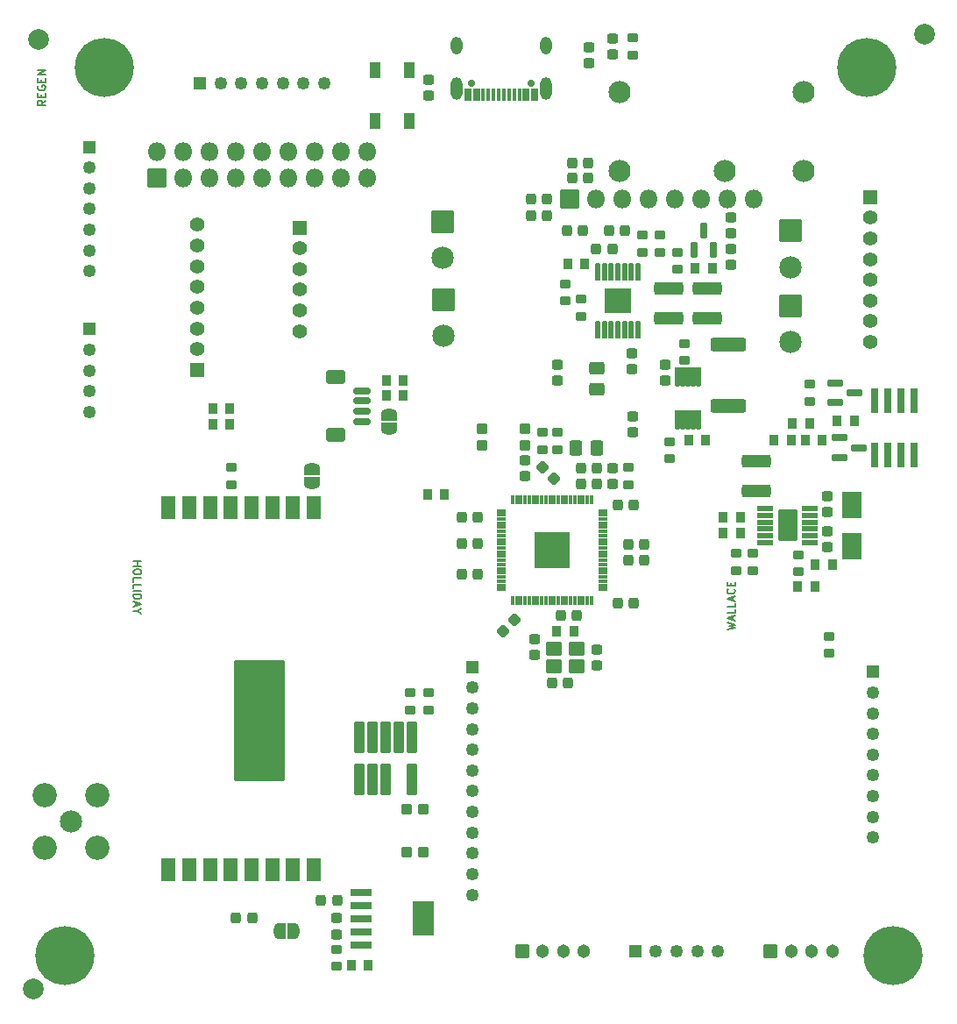
<source format=gts>
%TF.GenerationSoftware,KiCad,Pcbnew,8.0.5*%
%TF.CreationDate,2024-11-23T15:58:24-08:00*%
%TF.ProjectId,mainboard,6d61696e-626f-4617-9264-2e6b69636164,06b*%
%TF.SameCoordinates,Original*%
%TF.FileFunction,Soldermask,Top*%
%TF.FilePolarity,Negative*%
%FSLAX46Y46*%
G04 Gerber Fmt 4.6, Leading zero omitted, Abs format (unit mm)*
G04 Created by KiCad (PCBNEW 8.0.5) date 2024-11-23 15:58:24*
%MOMM*%
%LPD*%
G01*
G04 APERTURE LIST*
G04 Aperture macros list*
%AMRoundRect*
0 Rectangle with rounded corners*
0 $1 Rounding radius*
0 $2 $3 $4 $5 $6 $7 $8 $9 X,Y pos of 4 corners*
0 Add a 4 corners polygon primitive as box body*
4,1,4,$2,$3,$4,$5,$6,$7,$8,$9,$2,$3,0*
0 Add four circle primitives for the rounded corners*
1,1,$1+$1,$2,$3*
1,1,$1+$1,$4,$5*
1,1,$1+$1,$6,$7*
1,1,$1+$1,$8,$9*
0 Add four rect primitives between the rounded corners*
20,1,$1+$1,$2,$3,$4,$5,0*
20,1,$1+$1,$4,$5,$6,$7,0*
20,1,$1+$1,$6,$7,$8,$9,0*
20,1,$1+$1,$8,$9,$2,$3,0*%
%AMFreePoly0*
4,1,35,0.535921,0.785921,0.550800,0.750000,0.550800,-0.750000,0.535921,-0.785921,0.500000,-0.800800,0.000000,-0.800800,-0.012286,-0.795711,-0.071157,-0.795711,-0.085469,-0.793653,-0.222020,-0.753558,-0.235173,-0.747552,-0.354895,-0.670611,-0.365822,-0.661142,-0.459019,-0.553587,-0.466836,-0.541423,-0.525955,-0.411969,-0.530029,-0.398096,-0.550283,-0.257230,-0.550800,-0.250000,-0.550800,0.250000,
-0.550283,0.257230,-0.530029,0.398096,-0.525955,0.411969,-0.466836,0.541423,-0.459019,0.553587,-0.365822,0.661142,-0.354895,0.670611,-0.235173,0.747552,-0.222020,0.753558,-0.085469,0.793653,-0.071157,0.795711,-0.012286,0.795711,0.000000,0.800800,0.500000,0.800800,0.535921,0.785921,0.535921,0.785921,$1*%
%AMFreePoly1*
4,1,35,0.012286,0.795711,0.071157,0.795711,0.085469,0.793653,0.222020,0.753558,0.235173,0.747552,0.354895,0.670611,0.365822,0.661142,0.459019,0.553587,0.466836,0.541423,0.525955,0.411969,0.530029,0.398096,0.550283,0.257230,0.550800,0.250000,0.550800,-0.250000,0.550283,-0.257230,0.530029,-0.398096,0.525955,-0.411969,0.466836,-0.541423,0.459019,-0.553587,0.365822,-0.661142,
0.354895,-0.670611,0.235173,-0.747552,0.222020,-0.753558,0.085469,-0.793653,0.071157,-0.795711,0.012286,-0.795711,0.000000,-0.800800,-0.500000,-0.800800,-0.535921,-0.785921,-0.550800,-0.750000,-0.550800,0.750000,-0.535921,0.785921,-0.500000,0.800800,0.000000,0.800800,0.012286,0.795711,0.012286,0.795711,$1*%
G04 Aperture macros list end*
%ADD10C,0.190500*%
%ADD11RoundRect,0.225400X-0.225400X-0.300400X0.225400X-0.300400X0.225400X0.300400X-0.225400X0.300400X0*%
%ADD12RoundRect,0.063500X-0.152400X0.800100X-0.152400X-0.800100X0.152400X-0.800100X0.152400X0.800100X0*%
%ADD13RoundRect,0.063500X-1.230000X1.155000X-1.230000X-1.155000X1.230000X-1.155000X1.230000X1.155000X0*%
%ADD14RoundRect,0.250400X-0.275400X0.250400X-0.275400X-0.250400X0.275400X-0.250400X0.275400X0.250400X0*%
%ADD15RoundRect,0.250400X0.275400X-0.250400X0.275400X0.250400X-0.275400X0.250400X-0.275400X-0.250400X0*%
%ADD16RoundRect,0.225400X0.225400X0.300400X-0.225400X0.300400X-0.225400X-0.300400X0.225400X-0.300400X0*%
%ADD17RoundRect,0.250400X0.250400X0.275400X-0.250400X0.275400X-0.250400X-0.275400X0.250400X-0.275400X0*%
%ADD18RoundRect,0.063500X-0.660400X0.279400X-0.660400X-0.279400X0.660400X-0.279400X0.660400X0.279400X0*%
%ADD19RoundRect,0.050800X0.304800X1.104900X-0.304800X1.104900X-0.304800X-1.104900X0.304800X-1.104900X0*%
%ADD20C,5.701600*%
%ADD21C,2.000000*%
%ADD22C,2.133600*%
%ADD23RoundRect,0.225400X-0.300400X0.225400X-0.300400X-0.225400X0.300400X-0.225400X0.300400X0.225400X0*%
%ADD24RoundRect,0.250400X-0.250400X-0.275400X0.250400X-0.275400X0.250400X0.275400X-0.250400X0.275400X0*%
%ADD25C,2.151600*%
%ADD26C,2.351600*%
%ADD27RoundRect,0.063500X-1.016000X1.016000X-1.016000X-1.016000X1.016000X-1.016000X1.016000X1.016000X0*%
%ADD28C,2.159000*%
%ADD29RoundRect,0.225400X0.300400X-0.225400X0.300400X0.225400X-0.300400X0.225400X-0.300400X-0.225400X0*%
%ADD30RoundRect,0.244150X0.281650X-0.244150X0.281650X0.244150X-0.281650X0.244150X-0.281650X-0.244150X0*%
%ADD31RoundRect,0.270735X-1.455065X0.392565X-1.455065X-0.392565X1.455065X-0.392565X1.455065X0.392565X0*%
%ADD32RoundRect,0.272087X-0.478713X0.353713X-0.478713X-0.353713X0.478713X-0.353713X0.478713X0.353713X0*%
%ADD33RoundRect,0.063500X-0.279400X-0.660400X0.279400X-0.660400X0.279400X0.660400X-0.279400X0.660400X0*%
%ADD34RoundRect,0.272087X1.128713X-0.353713X1.128713X0.353713X-1.128713X0.353713X-1.128713X-0.353713X0*%
%ADD35RoundRect,0.050800X-0.165100X0.889000X-0.165100X-0.889000X0.165100X-0.889000X0.165100X0.889000X0*%
%ADD36RoundRect,0.050800X1.000000X-0.325000X1.000000X0.325000X-1.000000X0.325000X-1.000000X-0.325000X0*%
%ADD37RoundRect,0.050800X-1.000000X-1.600000X1.000000X-1.600000X1.000000X1.600000X-1.000000X1.600000X0*%
%ADD38C,0.701600*%
%ADD39RoundRect,0.050800X0.300000X0.575000X-0.300000X0.575000X-0.300000X-0.575000X0.300000X-0.575000X0*%
%ADD40RoundRect,0.050800X0.150000X0.575000X-0.150000X0.575000X-0.150000X-0.575000X0.150000X-0.575000X0*%
%ADD41O,1.101600X2.201600*%
%ADD42O,1.101600X1.701600*%
%ADD43RoundRect,0.250400X-0.017678X0.371797X-0.371797X0.017678X0.017678X-0.371797X0.371797X-0.017678X0*%
%ADD44RoundRect,0.050800X-0.698500X-0.215900X0.698500X-0.215900X0.698500X0.215900X-0.698500X0.215900X0*%
%ADD45RoundRect,0.050800X-0.876300X-1.473200X0.876300X-1.473200X0.876300X1.473200X-0.876300X1.473200X0*%
%ADD46RoundRect,0.050800X-0.850000X1.250000X-0.850000X-1.250000X0.850000X-1.250000X0.850000X1.250000X0*%
%ADD47RoundRect,0.050800X-0.450000X0.750000X-0.450000X-0.750000X0.450000X-0.750000X0.450000X0.750000X0*%
%ADD48RoundRect,0.272087X0.353713X0.478713X-0.353713X0.478713X-0.353713X-0.478713X0.353713X-0.478713X0*%
%ADD49RoundRect,0.080400X0.360400X-0.080400X0.360400X0.080400X-0.360400X0.080400X-0.360400X-0.080400X0*%
%ADD50RoundRect,0.080400X-0.080400X-0.360400X0.080400X-0.360400X0.080400X0.360400X-0.080400X0.360400X0*%
%ADD51RoundRect,0.050800X-0.566666X-0.566666X0.566666X-0.566666X0.566666X0.566666X-0.566666X0.566666X0*%
%ADD52FreePoly0,270.000000*%
%ADD53FreePoly1,270.000000*%
%ADD54RoundRect,0.102000X-0.370000X-1.395000X0.370000X-1.395000X0.370000X1.395000X-0.370000X1.395000X0*%
%ADD55RoundRect,0.050800X-0.700000X-0.600000X0.700000X-0.600000X0.700000X0.600000X-0.700000X0.600000X0*%
%ADD56RoundRect,0.063500X-0.650000X1.000000X-0.650000X-1.000000X0.650000X-1.000000X0.650000X1.000000X0*%
%ADD57RoundRect,0.063500X-2.350000X5.750000X-2.350000X-5.750000X2.350000X-5.750000X2.350000X5.750000X0*%
%ADD58RoundRect,0.050800X0.450000X0.450000X-0.450000X0.450000X-0.450000X-0.450000X0.450000X-0.450000X0*%
%ADD59RoundRect,0.175400X0.650400X-0.175400X0.650400X0.175400X-0.650400X0.175400X-0.650400X-0.175400X0*%
%ADD60RoundRect,0.271166X0.679634X-0.379634X0.679634X0.379634X-0.679634X0.379634X-0.679634X-0.379634X0*%
%ADD61RoundRect,0.050800X0.575000X0.575000X-0.575000X0.575000X-0.575000X-0.575000X0.575000X-0.575000X0*%
%ADD62C,1.251600*%
%ADD63RoundRect,0.050800X0.575000X-0.575000X0.575000X0.575000X-0.575000X0.575000X-0.575000X-0.575000X0*%
%ADD64FreePoly0,90.000000*%
%ADD65FreePoly1,90.000000*%
%ADD66RoundRect,0.050800X0.654000X-0.654000X0.654000X0.654000X-0.654000X0.654000X-0.654000X-0.654000X0*%
%ADD67C,1.409600*%
%ADD68RoundRect,0.076200X-0.575000X-0.575000X0.575000X-0.575000X0.575000X0.575000X-0.575000X0.575000X0*%
%ADD69C,1.302400*%
%ADD70RoundRect,0.250400X0.371797X0.017678X0.017678X0.371797X-0.371797X-0.017678X-0.017678X-0.371797X0*%
%ADD71RoundRect,0.050800X-0.450000X0.450000X-0.450000X-0.450000X0.450000X-0.450000X0.450000X0.450000X0*%
%ADD72RoundRect,0.050800X-0.654000X0.654000X-0.654000X-0.654000X0.654000X-0.654000X0.654000X0.654000X0*%
%ADD73FreePoly0,180.000000*%
%ADD74FreePoly1,180.000000*%
%ADD75RoundRect,0.272087X-1.128713X0.353713X-1.128713X-0.353713X1.128713X-0.353713X1.128713X0.353713X0*%
%ADD76RoundRect,0.050800X-0.850000X0.850000X-0.850000X-0.850000X0.850000X-0.850000X0.850000X0.850000X0*%
%ADD77O,1.801600X1.801600*%
G04 APERTURE END LIST*
D10*
X110020390Y-105246714D02*
X110782390Y-105246714D01*
X110419533Y-105246714D02*
X110419533Y-105682143D01*
X110020390Y-105682143D02*
X110782390Y-105682143D01*
X110782390Y-106190143D02*
X110782390Y-106335286D01*
X110782390Y-106335286D02*
X110746104Y-106407857D01*
X110746104Y-106407857D02*
X110673533Y-106480429D01*
X110673533Y-106480429D02*
X110528390Y-106516714D01*
X110528390Y-106516714D02*
X110274390Y-106516714D01*
X110274390Y-106516714D02*
X110129247Y-106480429D01*
X110129247Y-106480429D02*
X110056676Y-106407857D01*
X110056676Y-106407857D02*
X110020390Y-106335286D01*
X110020390Y-106335286D02*
X110020390Y-106190143D01*
X110020390Y-106190143D02*
X110056676Y-106117572D01*
X110056676Y-106117572D02*
X110129247Y-106045000D01*
X110129247Y-106045000D02*
X110274390Y-106008714D01*
X110274390Y-106008714D02*
X110528390Y-106008714D01*
X110528390Y-106008714D02*
X110673533Y-106045000D01*
X110673533Y-106045000D02*
X110746104Y-106117572D01*
X110746104Y-106117572D02*
X110782390Y-106190143D01*
X110020390Y-107206143D02*
X110020390Y-106843286D01*
X110020390Y-106843286D02*
X110782390Y-106843286D01*
X110020390Y-107823000D02*
X110020390Y-107460143D01*
X110020390Y-107460143D02*
X110782390Y-107460143D01*
X110020390Y-108077000D02*
X110782390Y-108077000D01*
X110020390Y-108439857D02*
X110782390Y-108439857D01*
X110782390Y-108439857D02*
X110782390Y-108621286D01*
X110782390Y-108621286D02*
X110746104Y-108730143D01*
X110746104Y-108730143D02*
X110673533Y-108802714D01*
X110673533Y-108802714D02*
X110600961Y-108839000D01*
X110600961Y-108839000D02*
X110455818Y-108875286D01*
X110455818Y-108875286D02*
X110346961Y-108875286D01*
X110346961Y-108875286D02*
X110201818Y-108839000D01*
X110201818Y-108839000D02*
X110129247Y-108802714D01*
X110129247Y-108802714D02*
X110056676Y-108730143D01*
X110056676Y-108730143D02*
X110020390Y-108621286D01*
X110020390Y-108621286D02*
X110020390Y-108439857D01*
X110238104Y-109165571D02*
X110238104Y-109528429D01*
X110020390Y-109093000D02*
X110782390Y-109347000D01*
X110782390Y-109347000D02*
X110020390Y-109601000D01*
X110383247Y-110000143D02*
X110020390Y-110000143D01*
X110782390Y-109746143D02*
X110383247Y-110000143D01*
X110383247Y-110000143D02*
X110782390Y-110254143D01*
X101522609Y-60723714D02*
X101159752Y-60977714D01*
X101522609Y-61159143D02*
X100760609Y-61159143D01*
X100760609Y-61159143D02*
X100760609Y-60868857D01*
X100760609Y-60868857D02*
X100796895Y-60796286D01*
X100796895Y-60796286D02*
X100833181Y-60760000D01*
X100833181Y-60760000D02*
X100905752Y-60723714D01*
X100905752Y-60723714D02*
X101014609Y-60723714D01*
X101014609Y-60723714D02*
X101087181Y-60760000D01*
X101087181Y-60760000D02*
X101123466Y-60796286D01*
X101123466Y-60796286D02*
X101159752Y-60868857D01*
X101159752Y-60868857D02*
X101159752Y-61159143D01*
X101123466Y-60397143D02*
X101123466Y-60143143D01*
X101522609Y-60034286D02*
X101522609Y-60397143D01*
X101522609Y-60397143D02*
X100760609Y-60397143D01*
X100760609Y-60397143D02*
X100760609Y-60034286D01*
X100796895Y-59308571D02*
X100760609Y-59381143D01*
X100760609Y-59381143D02*
X100760609Y-59490000D01*
X100760609Y-59490000D02*
X100796895Y-59598857D01*
X100796895Y-59598857D02*
X100869466Y-59671428D01*
X100869466Y-59671428D02*
X100942038Y-59707714D01*
X100942038Y-59707714D02*
X101087181Y-59744000D01*
X101087181Y-59744000D02*
X101196038Y-59744000D01*
X101196038Y-59744000D02*
X101341181Y-59707714D01*
X101341181Y-59707714D02*
X101413752Y-59671428D01*
X101413752Y-59671428D02*
X101486324Y-59598857D01*
X101486324Y-59598857D02*
X101522609Y-59490000D01*
X101522609Y-59490000D02*
X101522609Y-59417428D01*
X101522609Y-59417428D02*
X101486324Y-59308571D01*
X101486324Y-59308571D02*
X101450038Y-59272285D01*
X101450038Y-59272285D02*
X101196038Y-59272285D01*
X101196038Y-59272285D02*
X101196038Y-59417428D01*
X101123466Y-58945714D02*
X101123466Y-58691714D01*
X101522609Y-58582857D02*
X101522609Y-58945714D01*
X101522609Y-58945714D02*
X100760609Y-58945714D01*
X100760609Y-58945714D02*
X100760609Y-58582857D01*
X101522609Y-58256285D02*
X100760609Y-58256285D01*
X100760609Y-58256285D02*
X101522609Y-57820856D01*
X101522609Y-57820856D02*
X100760609Y-57820856D01*
X167380609Y-111822285D02*
X168142609Y-111640857D01*
X168142609Y-111640857D02*
X167598324Y-111495714D01*
X167598324Y-111495714D02*
X168142609Y-111350571D01*
X168142609Y-111350571D02*
X167380609Y-111169143D01*
X167924895Y-110915143D02*
X167924895Y-110552286D01*
X168142609Y-110987714D02*
X167380609Y-110733714D01*
X167380609Y-110733714D02*
X168142609Y-110479714D01*
X168142609Y-109862857D02*
X168142609Y-110225714D01*
X168142609Y-110225714D02*
X167380609Y-110225714D01*
X168142609Y-109246000D02*
X168142609Y-109608857D01*
X168142609Y-109608857D02*
X167380609Y-109608857D01*
X167924895Y-109028286D02*
X167924895Y-108665429D01*
X168142609Y-109100857D02*
X167380609Y-108846857D01*
X167380609Y-108846857D02*
X168142609Y-108592857D01*
X168070038Y-107903428D02*
X168106324Y-107939714D01*
X168106324Y-107939714D02*
X168142609Y-108048571D01*
X168142609Y-108048571D02*
X168142609Y-108121143D01*
X168142609Y-108121143D02*
X168106324Y-108230000D01*
X168106324Y-108230000D02*
X168033752Y-108302571D01*
X168033752Y-108302571D02*
X167961181Y-108338857D01*
X167961181Y-108338857D02*
X167816038Y-108375143D01*
X167816038Y-108375143D02*
X167707181Y-108375143D01*
X167707181Y-108375143D02*
X167562038Y-108338857D01*
X167562038Y-108338857D02*
X167489466Y-108302571D01*
X167489466Y-108302571D02*
X167416895Y-108230000D01*
X167416895Y-108230000D02*
X167380609Y-108121143D01*
X167380609Y-108121143D02*
X167380609Y-108048571D01*
X167380609Y-108048571D02*
X167416895Y-107939714D01*
X167416895Y-107939714D02*
X167453181Y-107903428D01*
X167743466Y-107576857D02*
X167743466Y-107322857D01*
X168142609Y-107214000D02*
X168142609Y-107576857D01*
X168142609Y-107576857D02*
X167380609Y-107576857D01*
X167380609Y-107576857D02*
X167380609Y-107214000D01*
D11*
X177991000Y-91694000D03*
X179641000Y-91694000D03*
D12*
X158766134Y-77289496D03*
X158116121Y-77289496D03*
X157466112Y-77289496D03*
X156816100Y-77289496D03*
X156166088Y-77289496D03*
X155516079Y-77289496D03*
X154866066Y-77289496D03*
X154866066Y-82826696D03*
X155516079Y-82826696D03*
X156166088Y-82826696D03*
X156816100Y-82826696D03*
X157466112Y-82826696D03*
X158116121Y-82826696D03*
X158766134Y-82826696D03*
D13*
X156816100Y-80058096D03*
D14*
X151000000Y-86225000D03*
X151000000Y-87775000D03*
D15*
X158250000Y-92775000D03*
X158250000Y-91225000D03*
X158178500Y-86690500D03*
X158178500Y-85140500D03*
D16*
X153606000Y-76517500D03*
X151956000Y-76517500D03*
D17*
X156286500Y-75057000D03*
X154736500Y-75057000D03*
D18*
X177783800Y-87995596D03*
X177783800Y-89900596D03*
X179663400Y-88948096D03*
D11*
X164275000Y-76962000D03*
X165925000Y-76962000D03*
D19*
X185420000Y-89712800D03*
X184150000Y-89712800D03*
X182880000Y-89712800D03*
X181610000Y-89712800D03*
X181610000Y-94945200D03*
X182880000Y-94945200D03*
X184150000Y-94945200D03*
X185420000Y-94945200D03*
D20*
X107236100Y-57564100D03*
X103426100Y-143294100D03*
X183426100Y-143294100D03*
X180896100Y-57564100D03*
D21*
X100330000Y-146558000D03*
D22*
X157000000Y-67500000D03*
X157000000Y-59880000D03*
X167160000Y-67500000D03*
X174780000Y-59880000D03*
X174780000Y-67500000D03*
D15*
X154051000Y-57143000D03*
X154051000Y-55593000D03*
D23*
X158254700Y-54674000D03*
X158254700Y-56324000D03*
D17*
X153937000Y-66776600D03*
X152387000Y-66776600D03*
D24*
X148450000Y-71818500D03*
X150000000Y-71818500D03*
D23*
X159194500Y-73724000D03*
X159194500Y-75374000D03*
D24*
X151879000Y-73279000D03*
X153429000Y-73279000D03*
D25*
X103949500Y-130365500D03*
D26*
X106489500Y-127825500D03*
X101409500Y-127825500D03*
X106489500Y-132905500D03*
X101409500Y-132905500D03*
D23*
X119500000Y-96175000D03*
X119500000Y-97825000D03*
D17*
X157493000Y-73279000D03*
X155943000Y-73279000D03*
D24*
X148412000Y-70231000D03*
X149962000Y-70231000D03*
D23*
X151750000Y-78425000D03*
X151750000Y-80075000D03*
D27*
X173532800Y-80572200D03*
D28*
X173532800Y-84072200D03*
D29*
X160909000Y-75374000D03*
X160909000Y-73724000D03*
D30*
X156293500Y-56286500D03*
X156293500Y-54711500D03*
D31*
X167500000Y-84312500D03*
X167500000Y-90237500D03*
D32*
X154813000Y-86605000D03*
X154813000Y-88655000D03*
D33*
X164147500Y-75171300D03*
X166052500Y-75171300D03*
X165100000Y-73291700D03*
D27*
X139954000Y-79959200D03*
D28*
X139954000Y-83459200D03*
D16*
X175323000Y-91948000D03*
X173673000Y-91948000D03*
D23*
X175387000Y-88123096D03*
X175387000Y-89773096D03*
D34*
X161769100Y-81787096D03*
X161769100Y-78837096D03*
X165481000Y-81787096D03*
X165481000Y-78837096D03*
D14*
X167767000Y-71996000D03*
X167767000Y-73546000D03*
D23*
X163250000Y-84175000D03*
X163250000Y-85825000D03*
D35*
X164576001Y-87455300D03*
X164075999Y-87455300D03*
X163576000Y-87455300D03*
X163076001Y-87455300D03*
X162575999Y-87455300D03*
X162575999Y-91544700D03*
X163076001Y-91544700D03*
X163576000Y-91544700D03*
X164075999Y-91544700D03*
X164576001Y-91544700D03*
D23*
X129649937Y-142705948D03*
X129649937Y-144355948D03*
D15*
X167767000Y-76594000D03*
X167767000Y-75044000D03*
D36*
X131983937Y-137180948D03*
X131983937Y-138450948D03*
X131983937Y-139720948D03*
X131983937Y-140990948D03*
X131983937Y-142260948D03*
D37*
X137983937Y-139720948D03*
D24*
X119925800Y-139674600D03*
X121475800Y-139674600D03*
D11*
X131058937Y-144258948D03*
X132708937Y-144258948D03*
D14*
X129649937Y-139707948D03*
X129649937Y-141257948D03*
D24*
X152387000Y-68250000D03*
X153937000Y-68250000D03*
D15*
X161350000Y-87775000D03*
X161350000Y-86225000D03*
D38*
X148437000Y-59053000D03*
X142667000Y-59053000D03*
D39*
X148752000Y-60128000D03*
X147952000Y-60128000D03*
D40*
X146802000Y-60128000D03*
X145802000Y-60128000D03*
X145302000Y-60128000D03*
X144302000Y-60128000D03*
D39*
X143152000Y-60128000D03*
X142352000Y-60128000D03*
D40*
X143802000Y-60128000D03*
X144802000Y-60128000D03*
X146302000Y-60128000D03*
X147302000Y-60128000D03*
D41*
X149872000Y-59553000D03*
D42*
X149872000Y-55413000D03*
D41*
X141232000Y-59553000D03*
D42*
X141232000Y-55413000D03*
D27*
X139903200Y-72440800D03*
D28*
X139903200Y-75940800D03*
D27*
X173532800Y-73307800D03*
D28*
X173532800Y-76807800D03*
D16*
X177532800Y-105567481D03*
X175882800Y-105567481D03*
D29*
X161800000Y-95325000D03*
X161800000Y-93675000D03*
D43*
X146848008Y-110851992D03*
X145751992Y-111948008D03*
D24*
X157825000Y-105100000D03*
X159375000Y-105100000D03*
D23*
X168224200Y-104488481D03*
X168224200Y-106138481D03*
D24*
X150475000Y-117000000D03*
X152025000Y-117000000D03*
D16*
X136075000Y-89250000D03*
X134425000Y-89250000D03*
D21*
X186436000Y-54356000D03*
D17*
X143275000Y-103500000D03*
X141725000Y-103500000D03*
D29*
X149500000Y-94425000D03*
X149500000Y-92775000D03*
D23*
X177200000Y-112475000D03*
X177200000Y-114125000D03*
D44*
X171018200Y-100152200D03*
X171018200Y-100802441D03*
X171018200Y-101452681D03*
X171018200Y-102102919D03*
X171018200Y-102753159D03*
X171018200Y-103403400D03*
X175387000Y-103403400D03*
X175387000Y-102753159D03*
X175387000Y-102102919D03*
X175387000Y-101452681D03*
X175387000Y-100802441D03*
X175387000Y-100152200D03*
D45*
X173202600Y-101777800D03*
D14*
X148750000Y-112725000D03*
X148750000Y-114275000D03*
D16*
X140075000Y-98750000D03*
X138425000Y-98750000D03*
D17*
X143275000Y-101000000D03*
X141725000Y-101000000D03*
D24*
X153225000Y-96250000D03*
X154775000Y-96250000D03*
D17*
X143275000Y-106500000D03*
X141725000Y-106500000D03*
D24*
X156825000Y-109300000D03*
X158375000Y-109300000D03*
D46*
X179451000Y-99759000D03*
X179451000Y-103759000D03*
D24*
X151325000Y-110500000D03*
X152875000Y-110500000D03*
D29*
X162560000Y-77025000D03*
X162560000Y-75375000D03*
D15*
X156300000Y-97775000D03*
X156300000Y-96225000D03*
D47*
X136650000Y-57800000D03*
X133350000Y-57800000D03*
X133350000Y-62700000D03*
X136650000Y-62700000D03*
D24*
X128133937Y-138008948D03*
X129683937Y-138008948D03*
D48*
X154775000Y-94297500D03*
X152725000Y-94297500D03*
D15*
X177063400Y-100500481D03*
X177063400Y-98950481D03*
D23*
X169849800Y-104488481D03*
X169849800Y-106138481D03*
D49*
X145563500Y-100343333D03*
X145563500Y-100743333D03*
X145563500Y-101143333D03*
X145563500Y-101543333D03*
X145563500Y-101943333D03*
X145563500Y-102343333D03*
X145563500Y-102743333D03*
X145563500Y-103143333D03*
X145563500Y-103543333D03*
X145563500Y-103943333D03*
X145563500Y-104343333D03*
X145563500Y-104743333D03*
X145563500Y-105143333D03*
X145563500Y-105543333D03*
X145563500Y-105943333D03*
X145563500Y-106343333D03*
X145563500Y-106743333D03*
X145563500Y-107143333D03*
X145563500Y-107543333D03*
X145563500Y-107943333D03*
D50*
X146660000Y-109039833D03*
X147060000Y-109039833D03*
X147460000Y-109039833D03*
X147860000Y-109039833D03*
X148260000Y-109039833D03*
X148660000Y-109039833D03*
X149060000Y-109039833D03*
X149460000Y-109039833D03*
X149860000Y-109039833D03*
X150260000Y-109039833D03*
X150660000Y-109039833D03*
X151060000Y-109039833D03*
X151460000Y-109039833D03*
X151860000Y-109039833D03*
X152260000Y-109039833D03*
X152660000Y-109039833D03*
X153060000Y-109039833D03*
X153460000Y-109039833D03*
X153860000Y-109039833D03*
X154260000Y-109039833D03*
D49*
X155356500Y-107943333D03*
X155356500Y-107543333D03*
X155356500Y-107143333D03*
X155356500Y-106743333D03*
X155356500Y-106343333D03*
X155356500Y-105943333D03*
X155356500Y-105543333D03*
X155356500Y-105143333D03*
X155356500Y-104743333D03*
X155356500Y-104343333D03*
X155356500Y-103943333D03*
X155356500Y-103543333D03*
X155356500Y-103143333D03*
X155356500Y-102743333D03*
X155356500Y-102343333D03*
X155356500Y-101943333D03*
X155356500Y-101543333D03*
X155356500Y-101143333D03*
X155356500Y-100743333D03*
X155356500Y-100343333D03*
D50*
X154260000Y-99246833D03*
X153860000Y-99246833D03*
X153460000Y-99246833D03*
X153060000Y-99246833D03*
X152660000Y-99246833D03*
X152260000Y-99246833D03*
X151860000Y-99246833D03*
X151460000Y-99246833D03*
X151060000Y-99246833D03*
X150660000Y-99246833D03*
X150260000Y-99246833D03*
X149860000Y-99246833D03*
X149460000Y-99246833D03*
X149060000Y-99246833D03*
X148660000Y-99246833D03*
X148260000Y-99246833D03*
X147860000Y-99246833D03*
X147460000Y-99246833D03*
X147060000Y-99246833D03*
X146660000Y-99246833D03*
D38*
X149326667Y-103010000D03*
D51*
X149326667Y-103010000D03*
D38*
X149326667Y-104143333D03*
D51*
X149326667Y-104143333D03*
D38*
X149326667Y-105276666D03*
D51*
X149326667Y-105276666D03*
D38*
X150460000Y-103010000D03*
D51*
X150460000Y-103010000D03*
D38*
X150460000Y-104143333D03*
D51*
X150460000Y-104143333D03*
D38*
X150460000Y-105276666D03*
D51*
X150460000Y-105276666D03*
D38*
X151593333Y-103010000D03*
D51*
X151593333Y-103010000D03*
D38*
X151593333Y-104143333D03*
D51*
X151593333Y-104143333D03*
D38*
X151593333Y-105276666D03*
D51*
X151593333Y-105276666D03*
D52*
X134750000Y-91100000D03*
D53*
X134750000Y-92400000D03*
D54*
X131825000Y-126280000D03*
X131825000Y-122210000D03*
X133095000Y-126280000D03*
X133095000Y-122210000D03*
X134365000Y-126280000D03*
X134365000Y-122210000D03*
X135635000Y-122210000D03*
X136905000Y-126280000D03*
X136905000Y-122210000D03*
D55*
X150650000Y-115350000D03*
X152850000Y-115350000D03*
X152850000Y-113650000D03*
X150650000Y-113650000D03*
D56*
X113420000Y-135050000D03*
X115420000Y-135050000D03*
X117420000Y-135050000D03*
X119420000Y-135050000D03*
X121420000Y-135050000D03*
X123420000Y-135050000D03*
X125420000Y-135050000D03*
X127420000Y-135050000D03*
X127420000Y-100050000D03*
X125420000Y-100050000D03*
X123420000Y-100050000D03*
X121420000Y-100050000D03*
X119420000Y-100050000D03*
X117420000Y-100050000D03*
X115420000Y-100050000D03*
X113420000Y-100050000D03*
D57*
X122170000Y-120600000D03*
D58*
X143700000Y-94050000D03*
X147800000Y-94050000D03*
X143700000Y-92450000D03*
X147800000Y-92450000D03*
D16*
X176575000Y-93500000D03*
X174925000Y-93500000D03*
D59*
X132075000Y-91750000D03*
X132075000Y-90750000D03*
X132075000Y-89750000D03*
X132075000Y-88750000D03*
D60*
X129550000Y-93050000D03*
X129550000Y-87450000D03*
D16*
X136075000Y-87750000D03*
X134425000Y-87750000D03*
X173575000Y-93500000D03*
X171925000Y-93500000D03*
D61*
X158484001Y-142920000D03*
D62*
X160484002Y-142920000D03*
X162484001Y-142920000D03*
X164484002Y-142920000D03*
X166484000Y-142920000D03*
D21*
X100838000Y-54864000D03*
D11*
X174181000Y-107696000D03*
X175831000Y-107696000D03*
D29*
X138500000Y-119575000D03*
X138500000Y-117925000D03*
D63*
X105800000Y-82799999D03*
D62*
X105800000Y-84800000D03*
X105800000Y-86799999D03*
X105800000Y-88800000D03*
X105800000Y-90799998D03*
D11*
X167015000Y-100950000D03*
X168665000Y-100950000D03*
D64*
X127250000Y-97650000D03*
D65*
X127250000Y-96350000D03*
D11*
X117675000Y-90500000D03*
X119325000Y-90500000D03*
D16*
X168665000Y-102490000D03*
X167015000Y-102490000D03*
D66*
X181200000Y-70050001D03*
D67*
X181200000Y-72050002D03*
X181200000Y-74050001D03*
X181200000Y-76050002D03*
X181200000Y-78050000D03*
X181200000Y-80050001D03*
X181200000Y-82050000D03*
X181200000Y-84050001D03*
D63*
X142720000Y-115430000D03*
D62*
X142720000Y-117430001D03*
X142720000Y-119430000D03*
X142720000Y-121430001D03*
X142720000Y-123429999D03*
X142720000Y-125430000D03*
X142720000Y-127429999D03*
X142720000Y-129430000D03*
X142720000Y-131430001D03*
X142720000Y-133430000D03*
X142720000Y-135430000D03*
X142720000Y-137430000D03*
D29*
X153250000Y-81575000D03*
X153250000Y-79925000D03*
D68*
X147550000Y-142920000D03*
D69*
X149550000Y-142920000D03*
X151550000Y-142920000D03*
X153550000Y-142920000D03*
D15*
X147800000Y-97025000D03*
X147800000Y-95475000D03*
X177063400Y-103853281D03*
X177063400Y-102303281D03*
D66*
X126100000Y-73000000D03*
D67*
X126100000Y-75000000D03*
X126100000Y-77000000D03*
X126100000Y-79000000D03*
X126100000Y-81000000D03*
X126100000Y-83000000D03*
D16*
X165325000Y-93500000D03*
X163675000Y-93500000D03*
D24*
X157825000Y-103600000D03*
X159375000Y-103600000D03*
D14*
X138500000Y-58725000D03*
X138500000Y-60275000D03*
D70*
X150648008Y-97248008D03*
X149551992Y-96151992D03*
D71*
X138050000Y-133300000D03*
X138050000Y-129200000D03*
X136450000Y-133300000D03*
X136450000Y-129200000D03*
D14*
X154750000Y-113725000D03*
X154750000Y-115275000D03*
D11*
X117675000Y-92000000D03*
X119325000Y-92000000D03*
D29*
X151000000Y-94425000D03*
X151000000Y-92775000D03*
D24*
X156825000Y-99800000D03*
X158375000Y-99800000D03*
D72*
X116205000Y-86739999D03*
D67*
X116205000Y-84739998D03*
X116205000Y-82739999D03*
X116205000Y-80739998D03*
X116205000Y-78740000D03*
X116205000Y-76739999D03*
X116205000Y-74740000D03*
X116205000Y-72739999D03*
D63*
X105750000Y-65214001D03*
D62*
X105750000Y-67214002D03*
X105750000Y-69214001D03*
X105750000Y-71214002D03*
X105750000Y-73214000D03*
X105750000Y-75214001D03*
X105750000Y-77214000D03*
D73*
X125450000Y-140900000D03*
D74*
X124150000Y-140900000D03*
D75*
X170200000Y-95525000D03*
X170200000Y-98475000D03*
D68*
X171550000Y-142920000D03*
D69*
X173550000Y-142920000D03*
X175550000Y-142920000D03*
X177550000Y-142920000D03*
D16*
X152575000Y-112000000D03*
X150925000Y-112000000D03*
D23*
X157800000Y-96175000D03*
X157800000Y-97825000D03*
D61*
X116450001Y-59050000D03*
D62*
X118450002Y-59050000D03*
X120450001Y-59050000D03*
X122450002Y-59050000D03*
X124450000Y-59050000D03*
X126450001Y-59050000D03*
X128450000Y-59050000D03*
D63*
X181491000Y-115900000D03*
D62*
X181491000Y-117900001D03*
X181491000Y-119900000D03*
X181491000Y-121900001D03*
X181491000Y-123899999D03*
X181491000Y-125900000D03*
X181491000Y-127899999D03*
X181491000Y-129900000D03*
X181491000Y-131900001D03*
D23*
X174244000Y-104585000D03*
X174244000Y-106235000D03*
D18*
X178246700Y-93297500D03*
X178246700Y-95202500D03*
X180126300Y-94250000D03*
D29*
X136750000Y-119575000D03*
X136750000Y-117925000D03*
D24*
X153225000Y-97750000D03*
X154775000Y-97750000D03*
D76*
X152146000Y-70231000D03*
D77*
X154686000Y-70231000D03*
X157226000Y-70231000D03*
X159766000Y-70231000D03*
X162306000Y-70231000D03*
X164846000Y-70231000D03*
X167386000Y-70231000D03*
X169926000Y-70231000D03*
D76*
X112280000Y-68240000D03*
D77*
X112280000Y-65700000D03*
X114820000Y-68240000D03*
X114820000Y-65700000D03*
X117360000Y-68240000D03*
X117360000Y-65700000D03*
X119900000Y-68240000D03*
X119900000Y-65700000D03*
X122440000Y-68240000D03*
X122440000Y-65700000D03*
X124980000Y-68240000D03*
X124980000Y-65700000D03*
X127520000Y-68240000D03*
X127520000Y-65700000D03*
X130060000Y-68240000D03*
X130060000Y-65700000D03*
X132600000Y-68240000D03*
X132600000Y-65700000D03*
M02*

</source>
